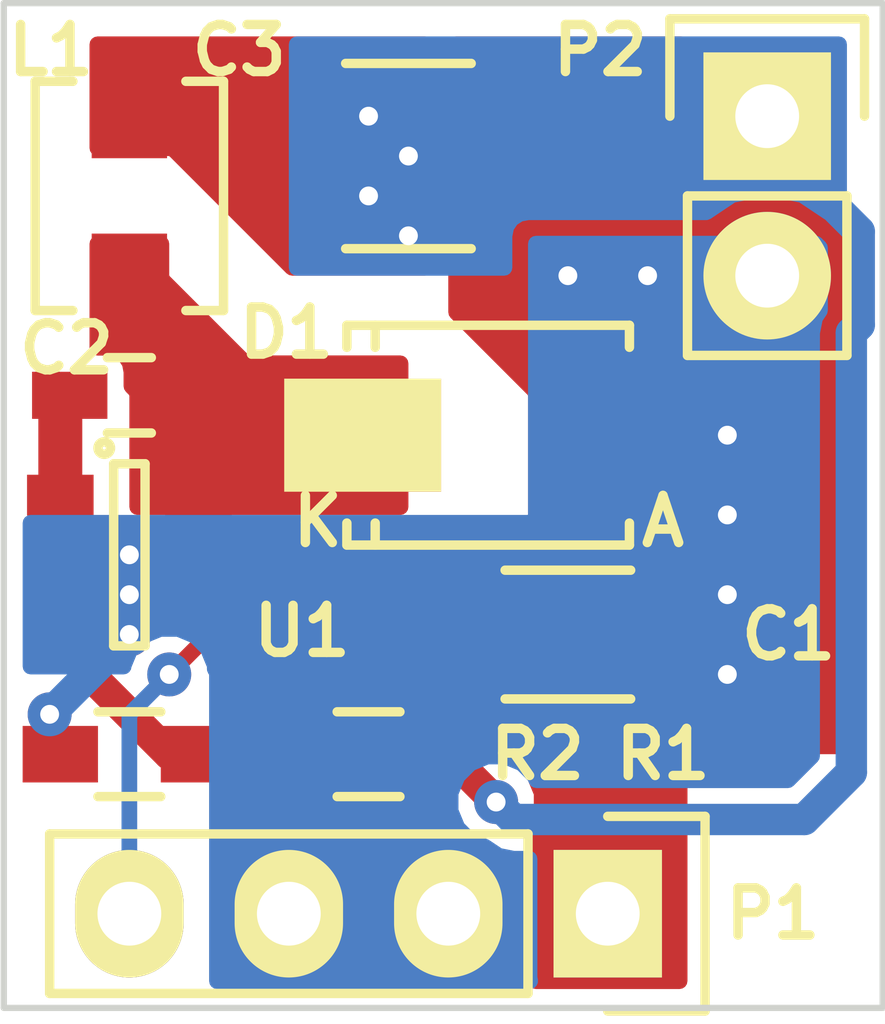
<source format=kicad_pcb>
(kicad_pcb (version 4) (host pcbnew 4.0.3+e1-6302~38~ubuntu16.04.1-stable)

  (general
    (links 19)
    (no_connects 0)
    (area 131.086667 98.16 149.813334 119.968333)
    (thickness 1.6)
    (drawings 4)
    (tracks 59)
    (zones 0)
    (modules 10)
    (nets 8)
  )

  (page A4)
  (layers
    (0 F.Cu signal)
    (31 B.Cu signal)
    (32 B.Adhes user)
    (33 F.Adhes user)
    (34 B.Paste user)
    (35 F.Paste user)
    (36 B.SilkS user)
    (37 F.SilkS user)
    (38 B.Mask user)
    (39 F.Mask user)
    (40 Dwgs.User user)
    (41 Cmts.User user)
    (42 Eco1.User user)
    (43 Eco2.User user)
    (44 Edge.Cuts user)
    (45 Margin user)
    (46 B.CrtYd user)
    (47 F.CrtYd user)
    (48 B.Fab user)
    (49 F.Fab user hide)
  )

  (setup
    (last_trace_width 0.25)
    (trace_clearance 0.2)
    (zone_clearance 0.25)
    (zone_45_only no)
    (trace_min 0.2)
    (segment_width 0.2)
    (edge_width 0.1)
    (via_size 0.7)
    (via_drill 0.3)
    (via_min_size 0.4)
    (via_min_drill 0.3)
    (uvia_size 0.3)
    (uvia_drill 0.1)
    (uvias_allowed no)
    (uvia_min_size 0.2)
    (uvia_min_drill 0.1)
    (pcb_text_width 0.3)
    (pcb_text_size 1.5 1.5)
    (mod_edge_width 0.15)
    (mod_text_size 0.75 0.75)
    (mod_text_width 0.15)
    (pad_size 2.49936 1.80086)
    (pad_drill 0)
    (pad_to_mask_clearance 0)
    (aux_axis_origin 0 0)
    (grid_origin 134.62 114.935)
    (visible_elements FFFFFF7F)
    (pcbplotparams
      (layerselection 0x000f0_00000000)
      (usegerberextensions false)
      (excludeedgelayer false)
      (linewidth 0.100000)
      (plotframeref false)
      (viasonmask false)
      (mode 1)
      (useauxorigin false)
      (hpglpennumber 1)
      (hpglpenspeed 20)
      (hpglpendiameter 15)
      (hpglpenoverlay 2)
      (psnegative false)
      (psa4output false)
      (plotreference true)
      (plotvalue false)
      (plotinvisibletext false)
      (padsonsilk true)
      (subtractmaskfromsilk false)
      (outputformat 5)
      (mirror false)
      (drillshape 0)
      (scaleselection 1)
      (outputdirectory output))
  )

  (net 0 "")
  (net 1 /VIN)
  (net 2 GND)
  (net 3 /BST)
  (net 4 /SW)
  (net 5 /VOUT)
  (net 6 /EN)
  (net 7 /FB)

  (net_class Default "This is the default net class."
    (clearance 0.2)
    (trace_width 0.25)
    (via_dia 0.7)
    (via_drill 0.3)
    (uvia_dia 0.3)
    (uvia_drill 0.1)
    (add_net /BST)
    (add_net /EN)
    (add_net /FB)
    (add_net /SW)
    (add_net /VIN)
    (add_net /VOUT)
    (add_net GND)
  )

  (module Capacitors_SMD:C_0603_HandSoldering (layer F.Cu) (tedit 541A9B4D) (tstamp 57A7D831)
    (at 134.62 106.68)
    (descr "Capacitor SMD 0603, hand soldering")
    (tags "capacitor 0603")
    (path /57A7D6C1)
    (attr smd)
    (fp_text reference C2 (at -1 -0.745) (layer F.SilkS)
      (effects (font (size 0.75 0.75) (thickness 0.15)))
    )
    (fp_text value 0.1uF (at 0 1.9) (layer F.Fab)
      (effects (font (size 1 1) (thickness 0.15)))
    )
    (fp_line (start -1.85 -0.75) (end 1.85 -0.75) (layer F.CrtYd) (width 0.05))
    (fp_line (start -1.85 0.75) (end 1.85 0.75) (layer F.CrtYd) (width 0.05))
    (fp_line (start -1.85 -0.75) (end -1.85 0.75) (layer F.CrtYd) (width 0.05))
    (fp_line (start 1.85 -0.75) (end 1.85 0.75) (layer F.CrtYd) (width 0.05))
    (fp_line (start -0.35 -0.6) (end 0.35 -0.6) (layer F.SilkS) (width 0.15))
    (fp_line (start 0.35 0.6) (end -0.35 0.6) (layer F.SilkS) (width 0.15))
    (pad 1 smd rect (at -0.95 0) (size 1.2 0.75) (layers F.Cu F.Paste F.Mask)
      (net 3 /BST))
    (pad 2 smd rect (at 0.95 0) (size 1.2 0.75) (layers F.Cu F.Paste F.Mask)
      (net 4 /SW))
    (model Capacitors_SMD.3dshapes/C_0603_HandSoldering.wrl
      (at (xyz 0 0 0))
      (scale (xyz 1 1 1))
      (rotate (xyz 0 0 0))
    )
  )

  (module Pin_Headers:Pin_Header_Straight_1x02 (layer F.Cu) (tedit 54EA090C) (tstamp 57A7D882)
    (at 144.78 102.235)
    (descr "Through hole pin header")
    (tags "pin header")
    (path /57A7E1D5)
    (fp_text reference P2 (at -2.66 -1.05) (layer F.SilkS)
      (effects (font (size 0.75 0.75) (thickness 0.15)))
    )
    (fp_text value CONN_01X02 (at 0 -3.1) (layer F.Fab)
      (effects (font (size 1 1) (thickness 0.15)))
    )
    (fp_line (start 1.27 1.27) (end 1.27 3.81) (layer F.SilkS) (width 0.15))
    (fp_line (start 1.55 -1.55) (end 1.55 0) (layer F.SilkS) (width 0.15))
    (fp_line (start -1.75 -1.75) (end -1.75 4.3) (layer F.CrtYd) (width 0.05))
    (fp_line (start 1.75 -1.75) (end 1.75 4.3) (layer F.CrtYd) (width 0.05))
    (fp_line (start -1.75 -1.75) (end 1.75 -1.75) (layer F.CrtYd) (width 0.05))
    (fp_line (start -1.75 4.3) (end 1.75 4.3) (layer F.CrtYd) (width 0.05))
    (fp_line (start 1.27 1.27) (end -1.27 1.27) (layer F.SilkS) (width 0.15))
    (fp_line (start -1.55 0) (end -1.55 -1.55) (layer F.SilkS) (width 0.15))
    (fp_line (start -1.55 -1.55) (end 1.55 -1.55) (layer F.SilkS) (width 0.15))
    (fp_line (start -1.27 1.27) (end -1.27 3.81) (layer F.SilkS) (width 0.15))
    (fp_line (start -1.27 3.81) (end 1.27 3.81) (layer F.SilkS) (width 0.15))
    (pad 1 thru_hole rect (at 0 0) (size 2.032 2.032) (drill 1.016) (layers *.Cu *.Mask F.SilkS)
      (net 5 /VOUT))
    (pad 2 thru_hole oval (at 0 2.54) (size 2.032 2.032) (drill 1.016) (layers *.Cu *.Mask F.SilkS)
      (net 2 GND))
    (model Pin_Headers.3dshapes/Pin_Header_Straight_1x02.wrl
      (at (xyz 0 -0.05 0))
      (scale (xyz 1 1 1))
      (rotate (xyz 0 0 90))
    )
  )

  (module digitizer2_modules:IHLP-1212BZ-11 (layer F.Cu) (tedit 56EC0A1B) (tstamp 57A7D85E)
    (at 134.62 103.505 90)
    (path /57A7D952)
    (attr smd)
    (fp_text reference L1 (at 2.32 -1.25 180) (layer F.SilkS)
      (effects (font (size 0.75 0.75) (thickness 0.15)))
    )
    (fp_text value 2.2uH (at 0 2.54 90) (layer F.Fab)
      (effects (font (size 1 1) (thickness 0.15)))
    )
    (fp_line (start 1.825 1.5) (end 1.825 0.9) (layer F.SilkS) (width 0.15))
    (fp_line (start -1.825 1.5) (end -1.825 0.9) (layer F.SilkS) (width 0.15))
    (fp_line (start -1.825 -1.5) (end -1.825 -0.9) (layer F.SilkS) (width 0.15))
    (fp_line (start 1.825 -1.5) (end 1.825 -0.9) (layer F.SilkS) (width 0.15))
    (fp_line (start -1.825 1.5) (end 1.825 1.5) (layer F.SilkS) (width 0.15))
    (fp_line (start -1.825 -1.5) (end 1.825 -1.5) (layer F.SilkS) (width 0.15))
    (pad 1 smd rect (at -1.35 0 90) (size 1.5 1.2) (layers F.Cu F.Paste F.Mask)
      (net 4 /SW))
    (pad 2 smd rect (at 1.35 0 90) (size 1.5 1.2) (layers F.Cu F.Paste F.Mask)
      (net 5 /VOUT))
  )

  (module Diodes_SMD:SMA_Standard (layer F.Cu) (tedit 57A89CE0) (tstamp 57A7D852)
    (at 140.335 107.315)
    (descr "Diode SMA")
    (tags "Diode SMA")
    (path /57A7C9A1)
    (attr smd)
    (fp_text reference D1 (at -3.215 -1.63) (layer F.SilkS)
      (effects (font (size 0.75 0.75) (thickness 0.15)))
    )
    (fp_text value D_Schottky_Small (at 0 4.3) (layer F.Fab)
      (effects (font (size 1 1) (thickness 0.15)))
    )
    (fp_line (start -3.5 -2) (end 3.5 -2) (layer F.CrtYd) (width 0.05))
    (fp_line (start 3.5 -2) (end 3.5 2) (layer F.CrtYd) (width 0.05))
    (fp_line (start 3.5 2) (end -3.5 2) (layer F.CrtYd) (width 0.05))
    (fp_line (start -3.5 2) (end -3.5 -2) (layer F.CrtYd) (width 0.05))
    (fp_text user K (at -2.715 1.37) (layer F.SilkS)
      (effects (font (size 0.75 0.75) (thickness 0.15)))
    )
    (fp_text user A (at 2.785 1.37) (layer F.SilkS)
      (effects (font (size 0.75 0.75) (thickness 0.15)))
    )
    (fp_circle (center 0 0) (end 0.20066 -0.0508) (layer F.Adhes) (width 0.381))
    (fp_line (start -1.79914 1.75006) (end -1.79914 1.39954) (layer F.SilkS) (width 0.15))
    (fp_line (start -1.79914 -1.75006) (end -1.79914 -1.39954) (layer F.SilkS) (width 0.15))
    (fp_line (start 2.25044 1.75006) (end 2.25044 1.39954) (layer F.SilkS) (width 0.15))
    (fp_line (start -2.25044 1.75006) (end -2.25044 1.39954) (layer F.SilkS) (width 0.15))
    (fp_line (start -2.25044 -1.75006) (end -2.25044 -1.39954) (layer F.SilkS) (width 0.15))
    (fp_line (start 2.25044 -1.75006) (end 2.25044 -1.39954) (layer F.SilkS) (width 0.15))
    (fp_line (start -2.25044 1.75006) (end 2.25044 1.75006) (layer F.SilkS) (width 0.15))
    (fp_line (start -2.25044 -1.75006) (end 2.25044 -1.75006) (layer F.SilkS) (width 0.15))
    (pad 1 smd rect (at -1.99898 0) (size 2.49936 1.80086) (layers F.Cu F.Paste F.SilkS F.Mask)
      (net 4 /SW))
    (pad 2 smd rect (at 1.99898 0) (size 2.49936 1.80086) (layers F.Cu F.Paste F.Mask)
      (net 2 GND))
    (model Diodes_SMD.3dshapes/SMA_Standard.wrl
      (at (xyz 0 0 0))
      (scale (xyz 0.3937 0.3937 0.3937))
      (rotate (xyz 0 0 180))
    )
  )

  (module Resistors_SMD:R_0603_HandSoldering (layer F.Cu) (tedit 5418A00F) (tstamp 57A7D88E)
    (at 138.43 112.395 180)
    (descr "Resistor SMD 0603, hand soldering")
    (tags "resistor 0603")
    (path /57A7CF0E)
    (attr smd)
    (fp_text reference R1 (at -4.69 0 180) (layer F.SilkS)
      (effects (font (size 0.75 0.75) (thickness 0.15)))
    )
    (fp_text value div1 (at 0 1.9 180) (layer F.Fab)
      (effects (font (size 1 1) (thickness 0.15)))
    )
    (fp_line (start -2 -0.8) (end 2 -0.8) (layer F.CrtYd) (width 0.05))
    (fp_line (start -2 0.8) (end 2 0.8) (layer F.CrtYd) (width 0.05))
    (fp_line (start -2 -0.8) (end -2 0.8) (layer F.CrtYd) (width 0.05))
    (fp_line (start 2 -0.8) (end 2 0.8) (layer F.CrtYd) (width 0.05))
    (fp_line (start 0.5 0.675) (end -0.5 0.675) (layer F.SilkS) (width 0.15))
    (fp_line (start -0.5 -0.675) (end 0.5 -0.675) (layer F.SilkS) (width 0.15))
    (pad 1 smd rect (at -1.1 0 180) (size 1.2 0.9) (layers F.Cu F.Paste F.Mask)
      (net 5 /VOUT))
    (pad 2 smd rect (at 1.1 0 180) (size 1.2 0.9) (layers F.Cu F.Paste F.Mask)
      (net 7 /FB))
    (model Resistors_SMD.3dshapes/R_0603_HandSoldering.wrl
      (at (xyz 0 0 0))
      (scale (xyz 1 1 1))
      (rotate (xyz 0 0 0))
    )
  )

  (module Resistors_SMD:R_0603_HandSoldering (layer F.Cu) (tedit 5418A00F) (tstamp 57A7D89A)
    (at 134.62 112.395 180)
    (descr "Resistor SMD 0603, hand soldering")
    (tags "resistor 0603")
    (path /57A7D050)
    (attr smd)
    (fp_text reference R2 (at -6.5 0 180) (layer F.SilkS)
      (effects (font (size 0.75 0.75) (thickness 0.15)))
    )
    (fp_text value div2 (at 0 1.9 180) (layer F.Fab)
      (effects (font (size 1 1) (thickness 0.15)))
    )
    (fp_line (start -2 -0.8) (end 2 -0.8) (layer F.CrtYd) (width 0.05))
    (fp_line (start -2 0.8) (end 2 0.8) (layer F.CrtYd) (width 0.05))
    (fp_line (start -2 -0.8) (end -2 0.8) (layer F.CrtYd) (width 0.05))
    (fp_line (start 2 -0.8) (end 2 0.8) (layer F.CrtYd) (width 0.05))
    (fp_line (start 0.5 0.675) (end -0.5 0.675) (layer F.SilkS) (width 0.15))
    (fp_line (start -0.5 -0.675) (end 0.5 -0.675) (layer F.SilkS) (width 0.15))
    (pad 1 smd rect (at -1.1 0 180) (size 1.2 0.9) (layers F.Cu F.Paste F.Mask)
      (net 7 /FB))
    (pad 2 smd rect (at 1.1 0 180) (size 1.2 0.9) (layers F.Cu F.Paste F.Mask)
      (net 2 GND))
    (model Resistors_SMD.3dshapes/R_0603_HandSoldering.wrl
      (at (xyz 0 0 0))
      (scale (xyz 1 1 1))
      (rotate (xyz 0 0 0))
    )
  )

  (module Capacitors_SMD:C_1206 (layer F.Cu) (tedit 5415D7BD) (tstamp 57A7D825)
    (at 141.605 110.49)
    (descr "Capacitor SMD 1206, reflow soldering, AVX (see smccp.pdf)")
    (tags "capacitor 1206")
    (path /57A7D3A9)
    (attr smd)
    (fp_text reference C1 (at 3.515 0) (layer F.SilkS)
      (effects (font (size 0.75 0.75) (thickness 0.15)))
    )
    (fp_text value 10uF (at 0 2.3) (layer F.Fab)
      (effects (font (size 1 1) (thickness 0.15)))
    )
    (fp_line (start -2.3 -1.15) (end 2.3 -1.15) (layer F.CrtYd) (width 0.05))
    (fp_line (start -2.3 1.15) (end 2.3 1.15) (layer F.CrtYd) (width 0.05))
    (fp_line (start -2.3 -1.15) (end -2.3 1.15) (layer F.CrtYd) (width 0.05))
    (fp_line (start 2.3 -1.15) (end 2.3 1.15) (layer F.CrtYd) (width 0.05))
    (fp_line (start 1 -1.025) (end -1 -1.025) (layer F.SilkS) (width 0.15))
    (fp_line (start -1 1.025) (end 1 1.025) (layer F.SilkS) (width 0.15))
    (pad 1 smd rect (at -1.5 0) (size 1 1.6) (layers F.Cu F.Paste F.Mask)
      (net 1 /VIN))
    (pad 2 smd rect (at 1.5 0) (size 1 1.6) (layers F.Cu F.Paste F.Mask)
      (net 2 GND))
    (model Capacitors_SMD.3dshapes/C_1206.wrl
      (at (xyz 0 0 0))
      (scale (xyz 1 1 1))
      (rotate (xyz 0 0 0))
    )
  )

  (module TO_SOT_Packages_SMD:SOT-23-6 (layer F.Cu) (tedit 53DE8DE3) (tstamp 57A7D8A9)
    (at 134.62 109.22)
    (descr "6-pin SOT-23 package")
    (tags SOT-23-6)
    (path /57A7CDC4)
    (attr smd)
    (fp_text reference U1 (at 2.75 1.215) (layer F.SilkS)
      (effects (font (size 0.75 0.75) (thickness 0.15)))
    )
    (fp_text value ADP2301 (at 0 2.9) (layer F.Fab)
      (effects (font (size 1 1) (thickness 0.15)))
    )
    (fp_circle (center -0.4 -1.7) (end -0.3 -1.7) (layer F.SilkS) (width 0.15))
    (fp_line (start 0.25 -1.45) (end -0.25 -1.45) (layer F.SilkS) (width 0.15))
    (fp_line (start 0.25 1.45) (end 0.25 -1.45) (layer F.SilkS) (width 0.15))
    (fp_line (start -0.25 1.45) (end 0.25 1.45) (layer F.SilkS) (width 0.15))
    (fp_line (start -0.25 -1.45) (end -0.25 1.45) (layer F.SilkS) (width 0.15))
    (pad 1 smd rect (at -1.1 -0.95) (size 1.06 0.65) (layers F.Cu F.Paste F.Mask)
      (net 3 /BST))
    (pad 2 smd rect (at -1.1 0) (size 1.06 0.65) (layers F.Cu F.Paste F.Mask)
      (net 2 GND))
    (pad 3 smd rect (at -1.1 0.95) (size 1.06 0.65) (layers F.Cu F.Paste F.Mask)
      (net 7 /FB))
    (pad 4 smd rect (at 1.1 0.95) (size 1.06 0.65) (layers F.Cu F.Paste F.Mask)
      (net 6 /EN))
    (pad 6 smd rect (at 1.1 -0.95) (size 1.06 0.65) (layers F.Cu F.Paste F.Mask)
      (net 4 /SW))
    (pad 5 smd rect (at 1.1 0) (size 1.06 0.65) (layers F.Cu F.Paste F.Mask)
      (net 1 /VIN))
    (model TO_SOT_Packages_SMD.3dshapes/SOT-23-6.wrl
      (at (xyz 0 0 0))
      (scale (xyz 1 1 1))
      (rotate (xyz 0 0 0))
    )
  )

  (module Pin_Headers:Pin_Header_Straight_1x04 (layer F.Cu) (tedit 0) (tstamp 57A7D871)
    (at 142.24 114.935 270)
    (descr "Through hole pin header")
    (tags "pin header")
    (path /57A7D6BE)
    (fp_text reference P1 (at 0 -2.63 360) (layer F.SilkS)
      (effects (font (size 0.75 0.75) (thickness 0.15)))
    )
    (fp_text value CONN_01X04 (at 0 -3.1 270) (layer F.Fab)
      (effects (font (size 1 1) (thickness 0.15)))
    )
    (fp_line (start -1.75 -1.75) (end -1.75 9.4) (layer F.CrtYd) (width 0.05))
    (fp_line (start 1.75 -1.75) (end 1.75 9.4) (layer F.CrtYd) (width 0.05))
    (fp_line (start -1.75 -1.75) (end 1.75 -1.75) (layer F.CrtYd) (width 0.05))
    (fp_line (start -1.75 9.4) (end 1.75 9.4) (layer F.CrtYd) (width 0.05))
    (fp_line (start -1.27 1.27) (end -1.27 8.89) (layer F.SilkS) (width 0.15))
    (fp_line (start 1.27 1.27) (end 1.27 8.89) (layer F.SilkS) (width 0.15))
    (fp_line (start 1.55 -1.55) (end 1.55 0) (layer F.SilkS) (width 0.15))
    (fp_line (start -1.27 8.89) (end 1.27 8.89) (layer F.SilkS) (width 0.15))
    (fp_line (start 1.27 1.27) (end -1.27 1.27) (layer F.SilkS) (width 0.15))
    (fp_line (start -1.55 0) (end -1.55 -1.55) (layer F.SilkS) (width 0.15))
    (fp_line (start -1.55 -1.55) (end 1.55 -1.55) (layer F.SilkS) (width 0.15))
    (pad 1 thru_hole rect (at 0 0 270) (size 2.032 1.7272) (drill 1.016) (layers *.Cu *.Mask F.SilkS)
      (net 1 /VIN))
    (pad 2 thru_hole oval (at 0 2.54 270) (size 2.032 1.7272) (drill 1.016) (layers *.Cu *.Mask F.SilkS)
      (net 2 GND))
    (pad 3 thru_hole oval (at 0 5.08 270) (size 2.032 1.7272) (drill 1.016) (layers *.Cu *.Mask F.SilkS)
      (net 2 GND))
    (pad 4 thru_hole oval (at 0 7.62 270) (size 2.032 1.7272) (drill 1.016) (layers *.Cu *.Mask F.SilkS)
      (net 6 /EN))
    (model Pin_Headers.3dshapes/Pin_Header_Straight_1x04.wrl
      (at (xyz 0 -0.15 0))
      (scale (xyz 1 1 1))
      (rotate (xyz 0 0 90))
    )
  )

  (module Capacitors_SMD:C_1210 (layer F.Cu) (tedit 5415D85D) (tstamp 57A7D83D)
    (at 139.065 102.87)
    (descr "Capacitor SMD 1210, reflow soldering, AVX (see smccp.pdf)")
    (tags "capacitor 1210")
    (path /57A7DBCB)
    (attr smd)
    (fp_text reference C3 (at -2.695 -1.685) (layer F.SilkS)
      (effects (font (size 0.75 0.75) (thickness 0.15)))
    )
    (fp_text value C_Small (at 0 2.7) (layer F.Fab)
      (effects (font (size 1 1) (thickness 0.15)))
    )
    (fp_line (start -2.3 -1.6) (end 2.3 -1.6) (layer F.CrtYd) (width 0.05))
    (fp_line (start -2.3 1.6) (end 2.3 1.6) (layer F.CrtYd) (width 0.05))
    (fp_line (start -2.3 -1.6) (end -2.3 1.6) (layer F.CrtYd) (width 0.05))
    (fp_line (start 2.3 -1.6) (end 2.3 1.6) (layer F.CrtYd) (width 0.05))
    (fp_line (start 1 -1.475) (end -1 -1.475) (layer F.SilkS) (width 0.15))
    (fp_line (start -1 1.475) (end 1 1.475) (layer F.SilkS) (width 0.15))
    (pad 1 smd rect (at -1.5 0) (size 1 2.5) (layers F.Cu F.Paste F.Mask)
      (net 5 /VOUT))
    (pad 2 smd rect (at 1.5 0) (size 1 2.5) (layers F.Cu F.Paste F.Mask)
      (net 2 GND))
    (model Capacitors_SMD.3dshapes/C_1210.wrl
      (at (xyz 0 0 0))
      (scale (xyz 1 1 1))
      (rotate (xyz 0 0 0))
    )
  )

  (gr_line (start 146.62 116.435) (end 132.62 116.435) (layer Edge.Cuts) (width 0.1))
  (gr_line (start 146.62 100.435) (end 146.62 116.435) (layer Edge.Cuts) (width 0.1))
  (gr_line (start 132.62 100.435) (end 146.62 100.435) (layer Edge.Cuts) (width 0.1))
  (gr_line (start 132.62 116.435) (end 132.62 100.435) (layer Edge.Cuts) (width 0.1))

  (segment (start 141.605 104.775) (end 142.875 104.775) (width 0.25) (layer F.Cu) (net 2))
  (via (at 142.875 104.775) (size 0.7) (drill 0.3) (layers F.Cu B.Cu) (net 2))
  (segment (start 140.565 102.87) (end 140.565 103.735) (width 0.25) (layer F.Cu) (net 2))
  (segment (start 140.565 103.735) (end 141.605 104.775) (width 0.25) (layer F.Cu) (net 2))
  (via (at 141.605 104.775) (size 0.7) (drill 0.3) (layers F.Cu B.Cu) (net 2))
  (segment (start 134.62 109.22) (end 133.52 109.22) (width 0.7) (layer F.Cu) (net 2))
  (segment (start 134.62 109.855) (end 134.62 109.22) (width 0.7) (layer F.Cu) (net 2))
  (via (at 134.62 109.22) (size 0.7) (drill 0.3) (layers F.Cu B.Cu) (net 2))
  (segment (start 134.618603 109.856397) (end 134.62 109.855) (width 0.7) (layer F.Cu) (net 2))
  (segment (start 134.618603 110.488603) (end 134.618603 109.856397) (width 0.7) (layer F.Cu) (net 2))
  (segment (start 134.62 110.487206) (end 134.62 109.855) (width 0.7) (layer F.Cu) (net 2))
  (via (at 134.62 109.855) (size 0.7) (drill 0.3) (layers F.Cu B.Cu) (net 2))
  (segment (start 144.145 107.315) (end 144.145 108.585) (width 0.25) (layer F.Cu) (net 2))
  (via (at 144.145 108.585) (size 0.7) (drill 0.3) (layers F.Cu B.Cu) (net 2))
  (segment (start 142.33398 107.315) (end 144.145 107.315) (width 0.25) (layer F.Cu) (net 2))
  (via (at 144.145 107.315) (size 0.7) (drill 0.3) (layers F.Cu B.Cu) (net 2))
  (segment (start 144.145 109.855) (end 144.145 111.125) (width 0.25) (layer F.Cu) (net 2))
  (via (at 144.145 111.125) (size 0.7) (drill 0.3) (layers F.Cu B.Cu) (net 2))
  (segment (start 143.105 110.49) (end 143.51 110.49) (width 0.25) (layer F.Cu) (net 2))
  (segment (start 143.51 110.49) (end 144.145 109.855) (width 0.25) (layer F.Cu) (net 2))
  (via (at 144.145 109.855) (size 0.7) (drill 0.3) (layers F.Cu B.Cu) (net 2))
  (segment (start 133.35 111.76) (end 133.35 111.757206) (width 0.5) (layer B.Cu) (net 2))
  (segment (start 133.35 111.757206) (end 134.618603 110.488603) (width 0.5) (layer B.Cu) (net 2))
  (via (at 134.618603 110.488603) (size 0.7) (drill 0.3) (layers F.Cu B.Cu) (net 2))
  (segment (start 133.490026 112.395) (end 133.35 112.254974) (width 0.5) (layer F.Cu) (net 2))
  (segment (start 133.52 112.395) (end 133.490026 112.395) (width 0.5) (layer F.Cu) (net 2))
  (segment (start 133.35 112.254974) (end 133.35 111.76) (width 0.5) (layer F.Cu) (net 2))
  (via (at 133.35 111.76) (size 0.7) (drill 0.3) (layers F.Cu B.Cu) (net 2))
  (segment (start 133.52 108.27) (end 133.52 106.83) (width 0.7) (layer F.Cu) (net 3))
  (segment (start 133.52 106.83) (end 133.67 106.68) (width 0.7) (layer F.Cu) (net 3))
  (segment (start 139.53 112.395) (end 139.7 112.395) (width 0.5) (layer F.Cu) (net 5))
  (segment (start 139.7 112.395) (end 140.462 113.157) (width 0.5) (layer F.Cu) (net 5))
  (segment (start 145.37 113.435) (end 140.74 113.435) (width 0.5) (layer B.Cu) (net 5))
  (segment (start 140.74 113.435) (end 140.462 113.157) (width 0.5) (layer B.Cu) (net 5))
  (via (at 140.462 113.157) (size 0.7) (drill 0.3) (layers F.Cu B.Cu) (net 5))
  (segment (start 144.78 102.235) (end 144.78 102.605318) (width 0.5) (layer B.Cu) (net 5))
  (segment (start 144.78 102.605318) (end 146.246001 104.071319) (width 0.5) (layer B.Cu) (net 5))
  (segment (start 146.246001 104.071319) (end 146.246001 105.558999) (width 0.5) (layer B.Cu) (net 5))
  (segment (start 146.246001 105.558999) (end 146.12 105.685) (width 0.5) (layer B.Cu) (net 5))
  (segment (start 146.12 105.685) (end 146.12 112.685) (width 0.5) (layer B.Cu) (net 5))
  (segment (start 146.12 112.685) (end 145.37 113.435) (width 0.5) (layer B.Cu) (net 5))
  (via (at 139.065 102.87) (size 0.7) (drill 0.3) (layers F.Cu B.Cu) (net 5))
  (segment (start 138.43 103.505) (end 139.065 104.14) (width 0.25) (layer F.Cu) (net 5))
  (via (at 139.065 104.14) (size 0.7) (drill 0.3) (layers F.Cu B.Cu) (net 5))
  (segment (start 139.065 102.87) (end 138.43 103.505) (width 0.25) (layer F.Cu) (net 5))
  (via (at 138.43 103.505) (size 0.7) (drill 0.3) (layers F.Cu B.Cu) (net 5))
  (segment (start 138.43 102.235) (end 139.065 102.87) (width 0.25) (layer F.Cu) (net 5))
  (segment (start 137.565 102.87) (end 137.795 102.87) (width 0.25) (layer F.Cu) (net 5))
  (segment (start 137.795 102.87) (end 138.43 102.235) (width 0.25) (layer F.Cu) (net 5))
  (via (at 138.43 102.235) (size 0.7) (drill 0.3) (layers F.Cu B.Cu) (net 5))
  (segment (start 135.255 111.125) (end 134.62 111.76) (width 0.25) (layer B.Cu) (net 6))
  (segment (start 134.62 111.76) (end 134.62 114.935) (width 0.25) (layer B.Cu) (net 6))
  (segment (start 135.72 110.17) (end 135.72 110.66) (width 0.25) (layer F.Cu) (net 6))
  (segment (start 135.72 110.66) (end 135.255 111.125) (width 0.25) (layer F.Cu) (net 6))
  (via (at 135.255 111.125) (size 0.7) (drill 0.3) (layers F.Cu B.Cu) (net 6))
  (segment (start 135.72 112.395) (end 135.255 112.395) (width 0.5) (layer F.Cu) (net 7))
  (segment (start 135.255 112.395) (end 133.52 110.66) (width 0.5) (layer F.Cu) (net 7))
  (segment (start 133.52 110.66) (end 133.52 110.17) (width 0.5) (layer F.Cu) (net 7))
  (segment (start 137.33 112.395) (end 135.72 112.395) (width 0.5) (layer F.Cu) (net 7))

  (zone (net 4) (net_name /SW) (layer F.Cu) (tstamp 0) (hatch edge 0.508)
    (priority 1)
    (connect_pads yes (clearance 0.25))
    (min_thickness 0.254)
    (fill yes (arc_segments 16) (thermal_gap 0.508) (thermal_bridge_width 0.508))
    (polygon
      (pts
        (xy 133.985 106.045) (xy 134.62 106.68) (xy 134.62 108.585) (xy 139.065 108.585) (xy 139.065 106.045)
        (xy 136.525 106.045) (xy 135.255 104.775) (xy 135.255 104.14) (xy 133.985 104.14)
      )
    )
    (filled_polygon
      (pts
        (xy 135.128 104.775) (xy 135.138006 104.82441) (xy 135.165197 104.864803) (xy 136.435197 106.134803) (xy 136.477211 106.162666)
        (xy 136.525 106.172) (xy 138.938 106.172) (xy 138.938 108.458) (xy 134.747 108.458) (xy 134.747 106.68)
        (xy 134.736994 106.63059) (xy 134.709803 106.590197) (xy 134.654385 106.534779) (xy 134.654385 106.305) (xy 134.628097 106.165292)
        (xy 134.54553 106.03698) (xy 134.419547 105.950899) (xy 134.27 105.920615) (xy 134.112 105.920615) (xy 134.112 104.267)
        (xy 135.128 104.267)
      )
    )
  )
  (zone (net 1) (net_name /VIN) (layer F.Cu) (tstamp 0) (hatch edge 0.508)
    (connect_pads yes (clearance 0.25))
    (min_thickness 0.254)
    (fill yes (arc_segments 16) (thermal_gap 0.508) (thermal_bridge_width 0.508))
    (polygon
      (pts
        (xy 134.62 108.839) (xy 139.954 108.839) (xy 143.51 112.395) (xy 143.51 116.205) (xy 140.97 116.205)
        (xy 140.97 112.776) (xy 139.319 111.125) (xy 136.525 111.125) (xy 136.525 109.855) (xy 134.62 109.855)
      )
    )
    (filled_polygon
      (pts
        (xy 142.220615 111.285221) (xy 142.220615 111.29) (xy 142.246903 111.429708) (xy 142.32947 111.55802) (xy 142.455453 111.644101)
        (xy 142.605 111.674385) (xy 142.609779 111.674385) (xy 143.383 112.447606) (xy 143.383 116.008) (xy 141.097 116.008)
        (xy 141.097 113.523499) (xy 141.188874 113.302244) (xy 141.189126 113.013025) (xy 141.097 112.790063) (xy 141.097 112.776)
        (xy 141.086994 112.72659) (xy 141.059803 112.686197) (xy 140.514385 112.140779) (xy 140.514385 111.945) (xy 140.488097 111.805292)
        (xy 140.40553 111.67698) (xy 140.279547 111.590899) (xy 140.13 111.560615) (xy 139.934221 111.560615) (xy 139.408803 111.035197)
        (xy 139.366789 111.007334) (xy 139.319 110.998) (xy 136.652 110.998) (xy 136.652 109.855) (xy 136.641994 109.80559)
        (xy 136.621259 109.775244) (xy 136.608097 109.705292) (xy 136.52553 109.57698) (xy 136.399547 109.490899) (xy 136.25 109.460615)
        (xy 135.347 109.460615) (xy 135.347 109.220635) (xy 135.347126 109.076025) (xy 135.307195 108.979385) (xy 136.25 108.979385)
        (xy 136.321135 108.966) (xy 139.901394 108.966)
      )
    )
  )
  (zone (net 2) (net_name GND) (layer F.Cu) (tstamp 0) (hatch edge 0.508)
    (priority 2)
    (connect_pads yes (clearance 0.25))
    (min_thickness 0.254)
    (fill yes (arc_segments 16) (thermal_gap 0.508) (thermal_bridge_width 0.508))
    (polygon
      (pts
        (xy 139.7 100.965) (xy 139.7 105.41) (xy 140.97 106.68) (xy 140.97 109.22) (xy 144.145 112.395)
        (xy 146.05 112.395) (xy 146.05 100.965)
      )
    )
    (filled_polygon
      (pts
        (xy 143.379615 101.219) (xy 143.379615 103.251) (xy 143.405903 103.390708) (xy 143.48847 103.51902) (xy 143.614453 103.605101)
        (xy 143.764 103.635385) (xy 145.796 103.635385) (xy 145.923 103.611488) (xy 145.923 112.268) (xy 144.197606 112.268)
        (xy 141.097 109.167394) (xy 141.097 106.68) (xy 141.086994 106.63059) (xy 141.059803 106.590197) (xy 139.827 105.357394)
        (xy 139.827 101.092) (xy 143.405333 101.092)
      )
    )
  )
  (zone (net 5) (net_name /VOUT) (layer F.Cu) (tstamp 0) (hatch edge 0.508)
    (priority 1)
    (connect_pads yes (clearance 0.25))
    (min_thickness 0.254)
    (fill yes (arc_segments 16) (thermal_gap 0.508) (thermal_bridge_width 0.508))
    (polygon
      (pts
        (xy 133.985 100.965) (xy 139.7 100.965) (xy 139.7 104.775) (xy 137.16 104.775) (xy 135.255 102.87)
        (xy 133.985 102.87)
      )
    )
    (filled_polygon
      (pts
        (xy 139.323 104.648) (xy 137.212606 104.648) (xy 135.344803 102.780197) (xy 135.302789 102.752334) (xy 135.255 102.743)
        (xy 134.112 102.743) (xy 134.112 101.092) (xy 139.323 101.092)
      )
    )
  )
  (zone (net 5) (net_name /VOUT) (layer B.Cu) (tstamp 0) (hatch edge 0.508)
    (priority 1)
    (connect_pads yes (clearance 0.25))
    (min_thickness 0.254)
    (fill yes (arc_segments 16) (thermal_gap 0.508) (thermal_bridge_width 0.508))
    (polygon
      (pts
        (xy 137.16 100.965) (xy 137.16 104.775) (xy 146.05 104.775) (xy 146.05 100.965)
      )
    )
    (filled_polygon
      (pts
        (xy 145.923 103.763) (xy 145.751882 103.763) (xy 145.340368 103.488036) (xy 144.80729 103.382) (xy 144.75271 103.382)
        (xy 144.219632 103.488036) (xy 143.808118 103.763) (xy 140.97 103.763) (xy 140.832977 103.788783) (xy 140.707129 103.869763)
        (xy 140.622702 103.993326) (xy 140.593 104.14) (xy 140.593 104.648) (xy 137.287 104.648) (xy 137.287 101.092)
        (xy 145.923 101.092)
      )
    )
  )
  (zone (net 2) (net_name GND) (layer B.Cu) (tstamp 0) (hatch edge 0.508)
    (priority 2)
    (connect_pads yes (clearance 0.25))
    (min_thickness 0.254)
    (fill yes (arc_segments 16) (thermal_gap 0.508) (thermal_bridge_width 0.508))
    (polygon
      (pts
        (xy 146.05 104.14) (xy 143.51 104.14) (xy 140.97 104.14) (xy 140.97 108.585) (xy 132.715 108.585)
        (xy 132.715 111.125) (xy 135.89 111.125) (xy 135.89 116.205) (xy 146.05 116.205)
      )
    )
    (filled_polygon
      (pts
        (xy 145.619001 104.331031) (xy 145.619001 105.327913) (xy 145.540728 105.445057) (xy 145.493 105.685) (xy 145.493 112.425288)
        (xy 145.110288 112.808) (xy 141.104411 112.808) (xy 141.07868 112.745725) (xy 140.87435 112.541039) (xy 140.607244 112.430126)
        (xy 140.318025 112.429874) (xy 140.050725 112.54032) (xy 139.846039 112.74465) (xy 139.735126 113.011756) (xy 139.734874 113.300975)
        (xy 139.84532 113.568275) (xy 140.04965 113.772961) (xy 140.291799 113.873511) (xy 140.296644 113.878356) (xy 140.500057 114.014272)
        (xy 140.74 114.062) (xy 140.992015 114.062) (xy 140.992015 115.951) (xy 141.00274 116.008) (xy 136.017 116.008)
        (xy 136.017 111.125) (xy 136.006994 111.07559) (xy 135.982075 111.03912) (xy 135.982126 110.981025) (xy 135.87168 110.713725)
        (xy 135.66735 110.509039) (xy 135.400244 110.398126) (xy 135.111025 110.397874) (xy 134.843725 110.50832) (xy 134.639039 110.71265)
        (xy 134.528126 110.979756) (xy 134.52811 110.998) (xy 133.047 110.998) (xy 133.047 108.712) (xy 140.97 108.712)
        (xy 141.01941 108.701994) (xy 141.061035 108.673553) (xy 141.088315 108.631159) (xy 141.097 108.585) (xy 141.097 104.267)
        (xy 145.55497 104.267)
      )
    )
  )
)

</source>
